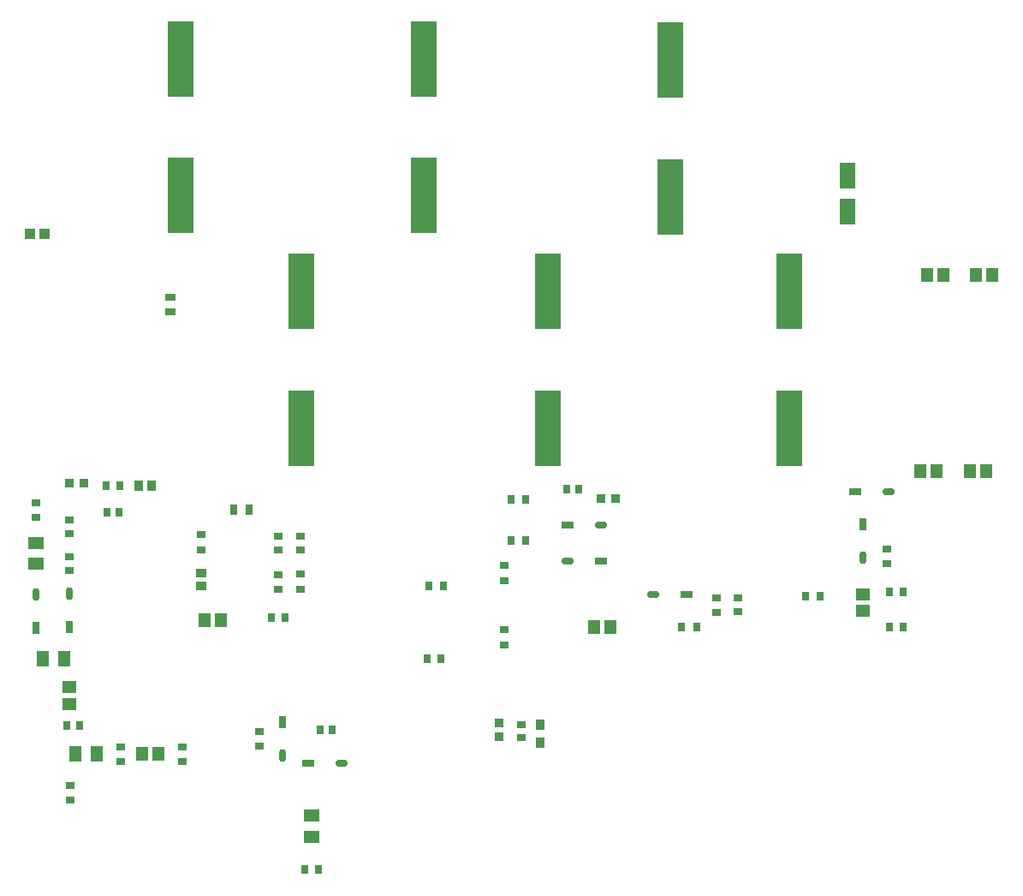
<source format=gtp>
G04*
G04 #@! TF.GenerationSoftware,Altium Limited,Altium Designer,24.6.1 (21)*
G04*
G04 Layer_Color=8421504*
%FSLAX44Y44*%
%MOMM*%
G71*
G04*
G04 #@! TF.SameCoordinates,44A1DD27-CD51-42AF-A16C-F6F8CAE25C75*
G04*
G04*
G04 #@! TF.FilePolarity,Positive*
G04*
G01*
G75*
%ADD19R,0.9000X1.0000*%
%ADD20R,2.5000X7.5000*%
%ADD21R,0.9350X0.9621*%
%ADD22R,0.7025X1.2575*%
G04:AMPARAMS|DCode=23|XSize=1.2575mm|YSize=0.7025mm|CornerRadius=0.3512mm|HoleSize=0mm|Usage=FLASHONLY|Rotation=270.000|XOffset=0mm|YOffset=0mm|HoleType=Round|Shape=RoundedRectangle|*
%AMROUNDEDRECTD23*
21,1,1.2575,0.0000,0,0,270.0*
21,1,0.5550,0.7025,0,0,270.0*
1,1,0.7025,0.0000,-0.2775*
1,1,0.7025,0.0000,0.2775*
1,1,0.7025,0.0000,0.2775*
1,1,0.7025,0.0000,-0.2775*
%
%ADD23ROUNDEDRECTD23*%
%ADD24R,1.6000X2.6000*%
%ADD25R,1.0500X1.0000*%
%ADD26R,0.9500X0.7000*%
%ADD27R,1.0000X0.7500*%
%ADD28R,1.3046X1.4562*%
%ADD29R,0.7000X0.9500*%
G04:AMPARAMS|DCode=30|XSize=1.2575mm|YSize=0.7025mm|CornerRadius=0.3512mm|HoleSize=0mm|Usage=FLASHONLY|Rotation=0.000|XOffset=0mm|YOffset=0mm|HoleType=Round|Shape=RoundedRectangle|*
%AMROUNDEDRECTD30*
21,1,1.2575,0.0000,0,0,0.0*
21,1,0.5550,0.7025,0,0,0.0*
1,1,0.7025,0.2775,0.0000*
1,1,0.7025,-0.2775,0.0000*
1,1,0.7025,-0.2775,0.0000*
1,1,0.7025,0.2775,0.0000*
%
%ADD30ROUNDEDRECTD30*%
%ADD31R,1.2575X0.7025*%
%ADD32R,0.6500X0.9000*%
%ADD33R,0.9000X0.6500*%
%ADD34R,1.4562X1.3046*%
%ADD35R,0.6587X0.8121*%
%ADD36R,1.2065X1.5082*%
%ADD37R,0.9621X0.9350*%
%ADD38R,0.9000X0.7000*%
%ADD39R,0.8000X0.9000*%
%ADD40R,1.5082X1.2065*%
%ADD41R,1.0000X0.9000*%
%ADD42R,0.7350X0.8621*%
%ADD43R,0.7500X1.0000*%
D19*
X896620Y163940D02*
D03*
Y145940D02*
D03*
X498960Y400050D02*
D03*
X511960D02*
D03*
D20*
X904240Y457010D02*
D03*
Y592010D02*
D03*
X1024890Y685610D02*
D03*
Y820610D02*
D03*
X1143000Y457010D02*
D03*
Y592010D02*
D03*
X541020Y686880D02*
D03*
Y821880D02*
D03*
X660400Y456820D02*
D03*
Y591820D02*
D03*
X781050Y821880D02*
D03*
Y686880D02*
D03*
D21*
X971084Y387350D02*
D03*
X956776D02*
D03*
X430996Y402590D02*
D03*
X445304D02*
D03*
D22*
X1215390Y361937D02*
D03*
X641350Y166364D02*
D03*
X397510Y259086D02*
D03*
X430530Y260363D02*
D03*
D23*
X1215390Y328930D02*
D03*
X641350Y133356D02*
D03*
X397510Y292094D02*
D03*
X430530Y293370D02*
D03*
D24*
X1200150Y670560D02*
D03*
Y706560D02*
D03*
D25*
X406400Y648970D02*
D03*
X391400D02*
D03*
D26*
X637540Y349650D02*
D03*
Y336150D02*
D03*
X659130Y350050D02*
D03*
Y336550D02*
D03*
X1092200Y275190D02*
D03*
Y288690D02*
D03*
X430530Y366160D02*
D03*
Y352660D02*
D03*
Y329330D02*
D03*
Y315830D02*
D03*
D27*
X530860Y586620D02*
D03*
Y571620D02*
D03*
D28*
X949522Y260350D02*
D03*
X965638D02*
D03*
X1337748Y414020D02*
D03*
X1321632D02*
D03*
X1327544Y608330D02*
D03*
X1343660D02*
D03*
X1295006D02*
D03*
X1278890D02*
D03*
X1272540Y414020D02*
D03*
X1288656D02*
D03*
X519036Y134620D02*
D03*
X502920D02*
D03*
X564712Y266700D02*
D03*
X580828D02*
D03*
D29*
X676910Y20320D02*
D03*
X663410D02*
D03*
X1255560Y294640D02*
D03*
X1242060D02*
D03*
X480460Y400050D02*
D03*
X466960D02*
D03*
D30*
X956304Y360680D02*
D03*
X923296Y325120D02*
D03*
X1240777Y393700D02*
D03*
X1008386Y292100D02*
D03*
X699764Y125730D02*
D03*
D31*
X923296Y360680D02*
D03*
X956304Y325120D02*
D03*
X1207770Y393700D02*
D03*
X1041394Y292100D02*
D03*
X666756Y125730D02*
D03*
D32*
X1158610Y290830D02*
D03*
X1173110D02*
D03*
X801000Y300990D02*
D03*
X786500D02*
D03*
X881910Y386080D02*
D03*
X867410D02*
D03*
X1036320Y260350D02*
D03*
X1050820D02*
D03*
X882280Y345440D02*
D03*
X867780D02*
D03*
D33*
X1070610Y274690D02*
D03*
Y289190D02*
D03*
X1239520Y337450D02*
D03*
Y322950D02*
D03*
X431800Y103770D02*
D03*
Y89270D02*
D03*
X481330Y141870D02*
D03*
Y127370D02*
D03*
X561340Y351420D02*
D03*
Y336920D02*
D03*
X542290Y141870D02*
D03*
Y127370D02*
D03*
X397510Y368670D02*
D03*
Y383170D02*
D03*
X637540Y312050D02*
D03*
Y297550D02*
D03*
X861060Y306440D02*
D03*
Y320940D02*
D03*
X659130Y297920D02*
D03*
Y312420D02*
D03*
X861060Y242940D02*
D03*
Y257440D02*
D03*
X618490Y157110D02*
D03*
Y142610D02*
D03*
D34*
X1215390Y292538D02*
D03*
Y276422D02*
D03*
X430530Y184544D02*
D03*
Y200660D02*
D03*
D35*
X1255177Y260350D02*
D03*
X1241643D02*
D03*
X784443Y228600D02*
D03*
X797977D02*
D03*
X630356Y269240D02*
D03*
X643890D02*
D03*
D36*
X436531Y134620D02*
D03*
X457549D02*
D03*
X404781Y228600D02*
D03*
X425799D02*
D03*
D37*
X855980Y151596D02*
D03*
Y165904D02*
D03*
D38*
X877570Y163980D02*
D03*
Y150980D02*
D03*
D39*
X468060Y373380D02*
D03*
X480060D02*
D03*
D40*
X397510Y322580D02*
D03*
Y343597D02*
D03*
X670560Y52643D02*
D03*
Y73660D02*
D03*
D41*
X561340Y313840D02*
D03*
Y300840D02*
D03*
D42*
X934720Y396240D02*
D03*
X922412D02*
D03*
X428186Y162560D02*
D03*
X440494D02*
D03*
X678376Y158750D02*
D03*
X690684D02*
D03*
D43*
X593210Y375920D02*
D03*
X608210D02*
D03*
M02*

</source>
